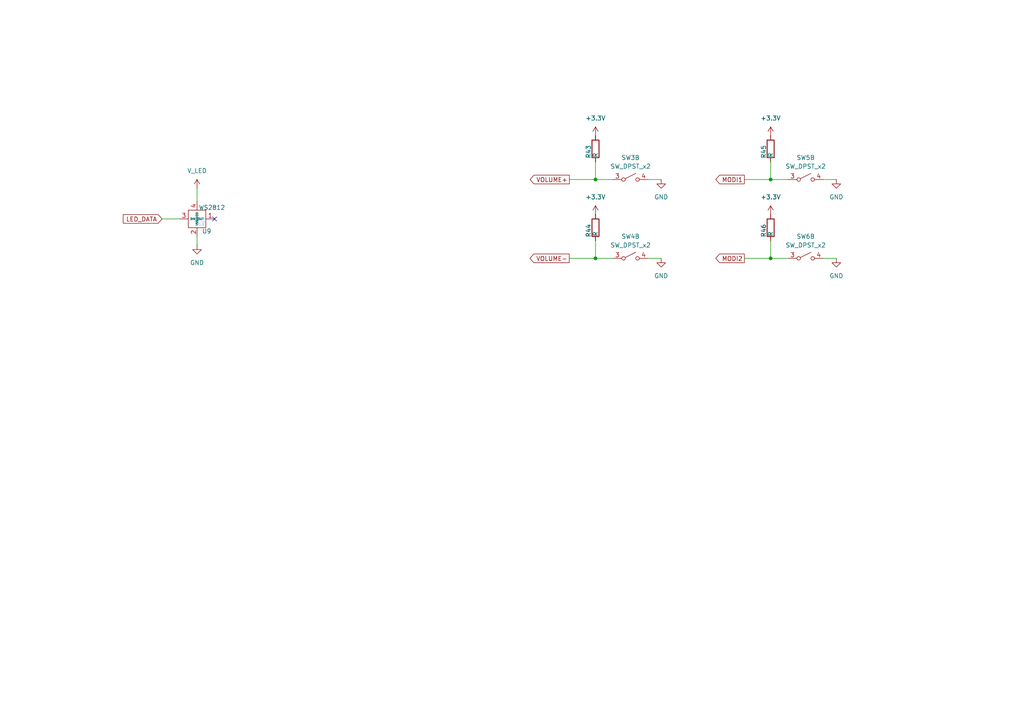
<source format=kicad_sch>
(kicad_sch (version 20231120) (generator "eeschema") (generator_version "8.0")
  (paper "A4")
  (lib_symbols
    (symbol "Device:R" (pin_numbers hide) (pin_names (offset 0))
      (property "Reference" "R" (at 2.032 0 90))
      (property "Value" "R" (at 0 0 90))
      (symbol "R_0_1"
        (rectangle (start -1.016 -2.54) (end 1.016 2.54) (stroke (width 0.254)))
      )
      (symbol "R_1_1"
        (pin passive line (at 0 3.81 270) (length 1.27) (name "~") (number "1"))
        (pin passive line (at 0 -3.81 90) (length 1.27) (name "~") (number "2"))
      )
    )
    (symbol "Library:WS2812"
      (property "Reference" "U" (at -0.508 9.906 0))
      (symbol "WS2812_1_1"
        (rectangle (start -2.54 2.54) (end 2.54 -2.54))
        (polyline (pts (xy 1.016 -1.016) (xy 0.508 -1.524) (xy 0.508 -1.27) (xy 0.508 -1.524) (xy 0.762 -1.524)) (stroke (width 0.0762) (color 159 183 255 1)))
        (polyline (pts (xy 1.27 -1.524) (xy 0.762 -2.032) (xy 0.762 -1.778) (xy 0.762 -2.032) (xy 1.016 -2.032)) (stroke (width 0.0762) (color 159 183 255 1)))
        (polyline (pts (xy 1.778 -1.778) (xy 1.27 -0.762) (xy 2.286 -0.762) (xy 1.778 -1.778) (xy 1.778 -0.508) (xy 1.778 -0.508) (xy 1.778 -1.778) (xy 1.27 -1.778) (xy 2.286 -1.778) (xy 1.778 -1.778) (xy 1.778 -2.032) (xy 1.778 -1.778)) (stroke (width 0.0762) (color 159 183 255 1)))
        (pin output line (at 5.08 0 180) (length 2.54) (name "DOUT") (number "1"))
        (pin power_in line (at 0 -5.08 90) (length 2.54) (name "VSS") (number "2"))
        (pin input line (at -5.08 0 0) (length 2.54) (name "DIN") (number "3"))
        (pin power_in line (at 0 5.08 270) (length 2.54) (name "VDD") (number "4"))
      )
    )
    (symbol "Switch:SW_DPST_x2" (pin_names (offset 0) hide)
      (property "Reference" "SW" (at 0 3.175 0))
      (property "Value" "SW_DPST_x2" (at 0 -2.54 0))
      (symbol "SW_DPST_x2_0_0"
        (circle (center -2.032 0) (radius 0.508))
        (polyline (pts (xy -1.524 0.254) (xy 1.524 1.778)))
        (circle (center 2.032 0) (radius 0.508))
      )
      (symbol "SW_DPST_x2_1_1"
        (pin passive line (at -5.08 0 0) (length 2.54) (name "A") (number "1"))
        (pin passive line (at 5.08 0 180) (length 2.54) (name "B") (number "2"))
      )
      (symbol "SW_DPST_x2_2_1"
        (pin passive line (at -5.08 0 0) (length 2.54) (name "A") (number "3"))
        (pin passive line (at 5.08 0 180) (length 2.54) (name "B") (number "4"))
      )
    )
    (symbol "power:+3.3V" (power) (pin_numbers hide) (pin_names (offset 0) hide)
      (property "Value" "+3.3V" (at 0 3.556 0))
      (symbol "+3.3V_0_1"
        (polyline (pts (xy -0.762 1.27) (xy 0 2.54)))
        (polyline (pts (xy 0 0) (xy 0 2.54)))
        (polyline (pts (xy 0 2.54) (xy 0.762 1.27)))
      )
      (symbol "+3.3V_1_1"
        (pin power_in line (at 0 0 90) (length 0) (name "~") (number "1"))
      )
    )
    (symbol "power:GND" (power) (pin_numbers hide) (pin_names (offset 0) hide)
      (property "Value" "GND" (at 0 -3.81 0))
      (symbol "GND_0_1"
        (polyline (pts (xy 0 0) (xy 0 -1.27) (xy 1.27 -1.27) (xy 0 -2.54) (xy -1.27 -1.27) (xy 0 -1.27)))
      )
      (symbol "GND_1_1"
        (pin power_in line (at 0 0 270) (length 0) (name "~") (number "1"))
      )
    )
  )
  (junction (at 172.72 52.07))
  (junction (at 223.52 52.07))
  (junction (at 223.52 74.93))
  (junction (at 172.72 74.93))
  (no_connect (at 62.23 63.5))
  (wire (pts (xy 223.52 52.07) (xy 228.6 52.07)))
  (wire (pts (xy 172.72 52.07) (xy 177.8 52.07)))
  (wire (pts (xy 165.1 52.07) (xy 172.72 52.07)))
  (wire (pts (xy 172.72 46.99) (xy 172.72 52.07)))
  (wire (pts (xy 238.76 74.93) (xy 242.57 74.93)))
  (wire (pts (xy 165.1 74.93) (xy 172.72 74.93)))
  (wire (pts (xy 223.52 74.93) (xy 228.6 74.93)))
  (wire (pts (xy 57.15 54.61) (xy 57.15 58.42)))
  (wire (pts (xy 215.9 74.93) (xy 223.52 74.93)))
  (wire (pts (xy 187.96 52.07) (xy 191.77 52.07)))
  (wire (pts (xy 46.99 63.5) (xy 52.07 63.5)))
  (wire (pts (xy 238.76 52.07) (xy 242.57 52.07)))
  (wire (pts (xy 215.9 52.07) (xy 223.52 52.07)))
  (wire (pts (xy 223.52 69.85) (xy 223.52 74.93)))
  (wire (pts (xy 172.72 74.93) (xy 177.8 74.93)))
  (wire (pts (xy 187.96 74.93) (xy 191.77 74.93)))
  (wire (pts (xy 223.52 46.99) (xy 223.52 52.07)))
  (wire (pts (xy 57.15 71.12) (xy 57.15 68.58)))
  (wire (pts (xy 172.72 69.85) (xy 172.72 74.93)))
  (global_label "MODI1" (shape output) (at 215.9 52.07 180) (property "Intersheetrefs" "${INTERSHEET_REFS}" (effects (hide yes))))
  (global_label "VOLUME+" (shape output) (at 165.1395 52.07 180) (property "Intersheetrefs" "${INTERSHEET_REFS}" (effects (hide yes))))
  (global_label "MODI2" (shape output) (at 215.9 74.93 180) (property "Intersheetrefs" "${INTERSHEET_REFS}" (effects (hide yes))))
  (global_label "VOLUME-" (shape output) (at 165.1 74.93 180) (property "Intersheetrefs" "${INTERSHEET_REFS}" (effects (hide yes))))
  (global_label "LED_DATA" (shape input) (at 46.99 63.5 180) (property "Intersheetrefs" "${INTERSHEET_REFS}" (effects (hide yes))))
  (symbol (lib_id "power:GND") (at 191.77 52.07 0) (unit 1)
    (property "Reference" "#PWR054" (effects (hide yes)))
    (property "Value" "GND" (at 191.77 57.15 0))
    (property "Description" "Power symbol creates a global label with name \"GND\" , ground" (effects (hide yes)))
  )
  (symbol (lib_id "Switch:SW_DPST_x2") (at 233.68 52.07 0) (unit 2)
    (property "Reference" "SW5" (at 233.68 45.72 0))
    (property "Value" "SW_DPST_x2" (at 233.68 48.26 0))
    (property "Footprint" "Matrix2_Schnuppiprojekt:Taster" (effects (hide yes)))
    (property "Datasheet" "file:///C:/data/Projects/SchnuppiProjekt_EnterName/SchnuppiEnterName/Datenblaetter/Taster/ts04-2586192.pdf" (effects (hide yes)))
    (property "Description" "Single Pole Single Throw (SPST) switch, separate symbol" (effects (hide yes)))
    (property "LCSC Part" "C127509" (effects (hide yes)))
  )
  (symbol (lib_id "power:GND") (at 57.15 71.12 0) (unit 1)
    (property "Reference" "#PWR050" (effects (hide yes)))
    (property "Value" "GND" (at 57.15 76.2 0))
    (property "Description" "Power symbol creates a global label with name \"GND\" , ground" (effects (hide yes)))
  )
  (symbol (lib_id "Device:R") (at 172.72 43.18 0) (unit 1)
    (property "Reference" "R43" (at 170.688 45.974 90) (effects (justify left)))
    (property "Value" "R" (at 172.72 45.72 90) (effects (justify left)))
    (property "Description" "Resistor" (effects (hide yes)))
  )
  (symbol (lib_id "Device:R") (at 223.52 43.18 0) (unit 1)
    (property "Reference" "R45" (at 221.488 45.974 90) (effects (justify left)))
    (property "Value" "R" (at 223.52 45.72 90) (effects (justify left)))
    (property "Description" "Resistor" (effects (hide yes)))
  )
  (symbol (lib_id "power:GND") (at 242.57 74.93 0) (unit 1)
    (property "Reference" "#PWR061" (effects (hide yes)))
    (property "Value" "GND" (at 242.57 80.01 0))
    (property "Description" "Power symbol creates a global label with name \"GND\" , ground" (effects (hide yes)))
  )
  (symbol (lib_id "Switch:SW_DPST_x2") (at 182.88 74.93 0) (unit 2)
    (property "Reference" "SW4" (at 182.88 68.58 0))
    (property "Value" "SW_DPST_x2" (at 182.88 71.12 0))
    (property "Footprint" "Matrix2_Schnuppiprojekt:Taster" (effects (hide yes)))
    (property "Datasheet" "file:///C:/data/Projects/SchnuppiProjekt_EnterName/SchnuppiEnterName/Datenblaetter/Taster/ts04-2586192.pdf" (effects (hide yes)))
    (property "Description" "Single Pole Single Throw (SPST) switch, separate symbol" (effects (hide yes)))
    (property "LCSC Part" "C127509" (effects (hide yes)))
  )
  (symbol (lib_id "power:+3.3V") (at 57.15 54.61 0) (unit 1)
    (property "Reference" "#PWR048" (effects (hide yes)))
    (property "Value" "V_LED" (at 57.15 49.53 0))
    (property "Description" "Power symbol creates a global label with name \"+3.3V\"" (effects (hide yes)))
  )
  (symbol (lib_id "power:GND") (at 242.57 52.07 0) (unit 1)
    (property "Reference" "#PWR059" (effects (hide yes)))
    (property "Value" "GND" (at 242.57 57.15 0))
    (property "Description" "Power symbol creates a global label with name \"GND\" , ground" (effects (hide yes)))
  )
  (symbol (lib_id "Device:R") (at 223.52 66.04 0) (unit 1)
    (property "Reference" "R46" (at 221.488 68.834 90) (effects (justify left)))
    (property "Value" "R" (at 223.52 68.58 90) (effects (justify left)))
    (property "Description" "Resistor" (effects (hide yes)))
  )
  (symbol (lib_id "power:+3.3V") (at 223.52 39.37 0) (unit 1)
    (property "Reference" "#PWR058" (effects (hide yes)))
    (property "Value" "+3.3V" (at 223.52 34.29 0))
    (property "Description" "Power symbol creates a global label with name \"+3.3V\"" (effects (hide yes)))
  )
  (symbol (lib_id "Switch:SW_DPST_x2") (at 233.68 74.93 0) (unit 2)
    (property "Reference" "SW6" (at 233.68 68.58 0))
    (property "Value" "SW_DPST_x2" (at 233.68 71.12 0))
    (property "Footprint" "Matrix2_Schnuppiprojekt:Taster" (effects (hide yes)))
    (property "Datasheet" "file:///C:/data/Projects/SchnuppiProjekt_EnterName/SchnuppiEnterName/Datenblaetter/Taster/ts04-2586192.pdf" (effects (hide yes)))
    (property "Description" "Single Pole Single Throw (SPST) switch, separate symbol" (effects (hide yes)))
    (property "LCSC Part" "C127509" (effects (hide yes)))
  )
  (symbol (lib_id "power:GND") (at 191.77 74.93 0) (unit 1)
    (property "Reference" "#PWR055" (effects (hide yes)))
    (property "Value" "GND" (at 191.77 80.01 0))
    (property "Description" "Power symbol creates a global label with name \"GND\" , ground" (effects (hide yes)))
  )
  (symbol (lib_id "Device:R") (at 172.72 66.04 0) (unit 1)
    (property "Reference" "R44" (at 170.688 68.834 90) (effects (justify left)))
    (property "Value" "R" (at 172.72 68.58 90) (effects (justify left)))
    (property "Description" "Resistor" (effects (hide yes)))
  )
  (symbol (lib_id "power:+3.3V") (at 223.52 62.23 0) (unit 1)
    (property "Reference" "#PWR060" (effects (hide yes)))
    (property "Value" "+3.3V" (at 223.52 57.15 0))
    (property "Description" "Power symbol creates a global label with name \"+3.3V\"" (effects (hide yes)))
  )
  (symbol (lib_id "Switch:SW_DPST_x2") (at 182.88 52.07 0) (unit 2)
    (property "Reference" "SW3" (at 182.88 45.72 0))
    (property "Value" "SW_DPST_x2" (at 182.88 48.26 0))
    (property "Footprint" "Matrix2_Schnuppiprojekt:Taster" (effects (hide yes)))
    (property "Datasheet" "file:///C:/data/Projects/SchnuppiProjekt_EnterName/SchnuppiEnterName/Datenblaetter/Taster/ts04-2586192.pdf" (effects (hide yes)))
    (property "Description" "Single Pole Single Throw (SPST) switch, separate symbol" (effects (hide yes)))
    (property "LCSC Part" "C127509" (effects (hide yes)))
  )
  (symbol (lib_id "Library:WS2812") (at 57.15 63.5 0) (unit 1)
    (property "Reference" "U9" (at 59.944 67.056 0))
    (property "Value" "WS2812" (at 61.468 60.198 0))
    (property "Datasheet" "file:///C:/data/Schule/BuP/5_Semester/Marvin/MarvinProject/6_Semester/MarvinDatenblaetter/RGB_LED/WS2812B-2020_V10_EN_181106150240761.pdf" (effects (hide yes)))
  )
  (symbol (lib_id "power:+3.3V") (at 172.72 62.23 0) (unit 1)
    (property "Reference" "#PWR056" (effects (hide yes)))
    (property "Value" "+3.3V" (at 172.72 57.15 0))
    (property "Description" "Power symbol creates a global label with name \"+3.3V\"" (effects (hide yes)))
  )
  (symbol (lib_id "power:+3.3V") (at 172.72 39.37 0) (unit 1)
    (property "Reference" "#PWR057" (effects (hide yes)))
    (property "Value" "+3.3V" (at 172.72 34.29 0))
    (property "Description" "Power symbol creates a global label with name \"+3.3V\"" (effects (hide yes)))
  )
)
</source>
